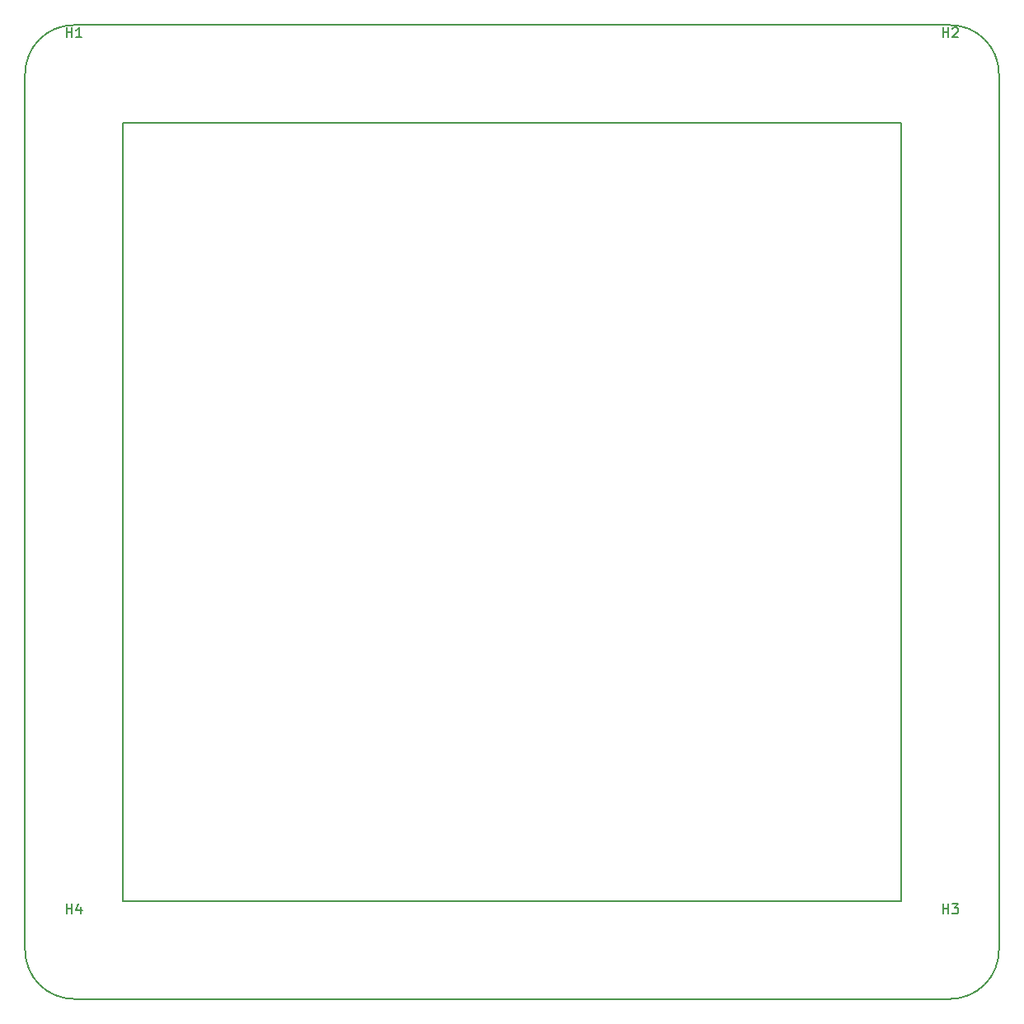
<source format=gbr>
%TF.GenerationSoftware,KiCad,Pcbnew,(5.1.6)-1*%
%TF.CreationDate,2020-12-06T18:47:15+01:00*%
%TF.ProjectId,05_Contour,30355f43-6f6e-4746-9f75-722e6b696361,rev?*%
%TF.SameCoordinates,Original*%
%TF.FileFunction,Legend,Top*%
%TF.FilePolarity,Positive*%
%FSLAX46Y46*%
G04 Gerber Fmt 4.6, Leading zero omitted, Abs format (unit mm)*
G04 Created by KiCad (PCBNEW (5.1.6)-1) date 2020-12-06 18:47:15*
%MOMM*%
%LPD*%
G01*
G04 APERTURE LIST*
%TA.AperFunction,Profile*%
%ADD10C,0.150000*%
%TD*%
%ADD11C,0.150000*%
G04 APERTURE END LIST*
D10*
X195000000Y-55000000D02*
G75*
G02*
X200000000Y-60000000I0J-5000000D01*
G01*
X200000000Y-150000000D02*
G75*
G02*
X195000000Y-155000000I-5000000J0D01*
G01*
X105000000Y-155000000D02*
G75*
G02*
X100000000Y-150000000I0J5000000D01*
G01*
X100000000Y-60000000D02*
G75*
G02*
X105000000Y-55000000I5000000J0D01*
G01*
X100000000Y-150000000D02*
X100000000Y-60000000D01*
X195000000Y-155000000D02*
X105000000Y-155000000D01*
X200000000Y-60000000D02*
X200000000Y-150000000D01*
X105000000Y-55000000D02*
X195000000Y-55000000D01*
X110000000Y-65000000D02*
X110000000Y-145000000D01*
X190000000Y-145000000D02*
X110000000Y-145000000D01*
X190000000Y-65000000D02*
X190000000Y-145000000D01*
X110000000Y-65000000D02*
X190000000Y-65000000D01*
%TO.C,H1*%
D11*
X104238095Y-56252380D02*
X104238095Y-55252380D01*
X104238095Y-55728571D02*
X104809523Y-55728571D01*
X104809523Y-56252380D02*
X104809523Y-55252380D01*
X105809523Y-56252380D02*
X105238095Y-56252380D01*
X105523809Y-56252380D02*
X105523809Y-55252380D01*
X105428571Y-55395238D01*
X105333333Y-55490476D01*
X105238095Y-55538095D01*
%TO.C,H2*%
X194238095Y-56252380D02*
X194238095Y-55252380D01*
X194238095Y-55728571D02*
X194809523Y-55728571D01*
X194809523Y-56252380D02*
X194809523Y-55252380D01*
X195238095Y-55347619D02*
X195285714Y-55300000D01*
X195380952Y-55252380D01*
X195619047Y-55252380D01*
X195714285Y-55300000D01*
X195761904Y-55347619D01*
X195809523Y-55442857D01*
X195809523Y-55538095D01*
X195761904Y-55680952D01*
X195190476Y-56252380D01*
X195809523Y-56252380D01*
%TO.C,H3*%
X194238095Y-146252380D02*
X194238095Y-145252380D01*
X194238095Y-145728571D02*
X194809523Y-145728571D01*
X194809523Y-146252380D02*
X194809523Y-145252380D01*
X195190476Y-145252380D02*
X195809523Y-145252380D01*
X195476190Y-145633333D01*
X195619047Y-145633333D01*
X195714285Y-145680952D01*
X195761904Y-145728571D01*
X195809523Y-145823809D01*
X195809523Y-146061904D01*
X195761904Y-146157142D01*
X195714285Y-146204761D01*
X195619047Y-146252380D01*
X195333333Y-146252380D01*
X195238095Y-146204761D01*
X195190476Y-146157142D01*
%TO.C,H4*%
X104238095Y-146252380D02*
X104238095Y-145252380D01*
X104238095Y-145728571D02*
X104809523Y-145728571D01*
X104809523Y-146252380D02*
X104809523Y-145252380D01*
X105714285Y-145585714D02*
X105714285Y-146252380D01*
X105476190Y-145204761D02*
X105238095Y-145919047D01*
X105857142Y-145919047D01*
%TD*%
M02*

</source>
